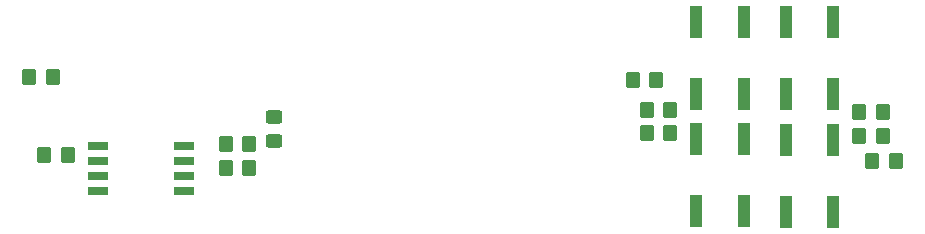
<source format=gbr>
%TF.GenerationSoftware,KiCad,Pcbnew,8.0.4*%
%TF.CreationDate,2024-08-13T21:11:54-04:00*%
%TF.ProjectId,1-inch-midi,312d696e-6368-42d6-9d69-64692e6b6963,rev?*%
%TF.SameCoordinates,Original*%
%TF.FileFunction,Paste,Top*%
%TF.FilePolarity,Positive*%
%FSLAX46Y46*%
G04 Gerber Fmt 4.6, Leading zero omitted, Abs format (unit mm)*
G04 Created by KiCad (PCBNEW 8.0.4) date 2024-08-13 21:11:54*
%MOMM*%
%LPD*%
G01*
G04 APERTURE LIST*
G04 Aperture macros list*
%AMRoundRect*
0 Rectangle with rounded corners*
0 $1 Rounding radius*
0 $2 $3 $4 $5 $6 $7 $8 $9 X,Y pos of 4 corners*
0 Add a 4 corners polygon primitive as box body*
4,1,4,$2,$3,$4,$5,$6,$7,$8,$9,$2,$3,0*
0 Add four circle primitives for the rounded corners*
1,1,$1+$1,$2,$3*
1,1,$1+$1,$4,$5*
1,1,$1+$1,$6,$7*
1,1,$1+$1,$8,$9*
0 Add four rect primitives between the rounded corners*
20,1,$1+$1,$2,$3,$4,$5,0*
20,1,$1+$1,$4,$5,$6,$7,0*
20,1,$1+$1,$6,$7,$8,$9,0*
20,1,$1+$1,$8,$9,$2,$3,0*%
G04 Aperture macros list end*
%ADD10R,1.000000X2.750000*%
%ADD11RoundRect,0.250000X0.350000X0.450000X-0.350000X0.450000X-0.350000X-0.450000X0.350000X-0.450000X0*%
%ADD12R,1.700000X0.650000*%
%ADD13RoundRect,0.250000X-0.350000X-0.450000X0.350000X-0.450000X0.350000X0.450000X-0.350000X0.450000X0*%
%ADD14RoundRect,0.250000X-0.450000X0.325000X-0.450000X-0.325000X0.450000X-0.325000X0.450000X0.325000X0*%
G04 APERTURE END LIST*
D10*
%TO.C,SW2*%
X183700000Y-97952000D03*
X183700000Y-104048000D03*
X179700000Y-97952000D03*
X179700000Y-104048000D03*
%TD*%
D11*
%TO.C,R5*%
X195500000Y-97700000D03*
X193500000Y-97700000D03*
%TD*%
D12*
%TO.C,U1*%
X129050000Y-98595000D03*
X129050000Y-99865000D03*
X129050000Y-101135000D03*
X129050000Y-102405000D03*
X136350000Y-102405000D03*
X136350000Y-101135000D03*
X136350000Y-99865000D03*
X136350000Y-98595000D03*
%TD*%
D11*
%TO.C,R6*%
X196600000Y-99800000D03*
X194600000Y-99800000D03*
%TD*%
%TO.C,R10*%
X126500000Y-99300000D03*
X124500000Y-99300000D03*
%TD*%
D13*
%TO.C,R7*%
X174300000Y-93000000D03*
X176300000Y-93000000D03*
%TD*%
D11*
%TO.C,R4*%
X195500000Y-95700000D03*
X193500000Y-95700000D03*
%TD*%
D10*
%TO.C,SW4*%
X187300000Y-104168000D03*
X187300000Y-98072000D03*
X191300000Y-104168000D03*
X191300000Y-98072000D03*
%TD*%
D13*
%TO.C,R3*%
X175500000Y-97500000D03*
X177500000Y-97500000D03*
%TD*%
D11*
%TO.C,R1*%
X141843000Y-98425000D03*
X139843000Y-98425000D03*
%TD*%
D13*
%TO.C,R8*%
X123206000Y-92710000D03*
X125206000Y-92710000D03*
%TD*%
D14*
%TO.C,D1*%
X143900000Y-96075001D03*
X143900000Y-98124999D03*
%TD*%
D13*
%TO.C,R2*%
X175500000Y-95500000D03*
X177500000Y-95500000D03*
%TD*%
D10*
%TO.C,SW3*%
X187300000Y-94168000D03*
X187300000Y-88072000D03*
X191300000Y-94168000D03*
X191300000Y-88072000D03*
%TD*%
D11*
%TO.C,R9*%
X141843000Y-100457000D03*
X139843000Y-100457000D03*
%TD*%
D10*
%TO.C,SW1*%
X183700000Y-88072000D03*
X183700000Y-94168000D03*
X179700000Y-88072000D03*
X179700000Y-94168000D03*
%TD*%
M02*

</source>
